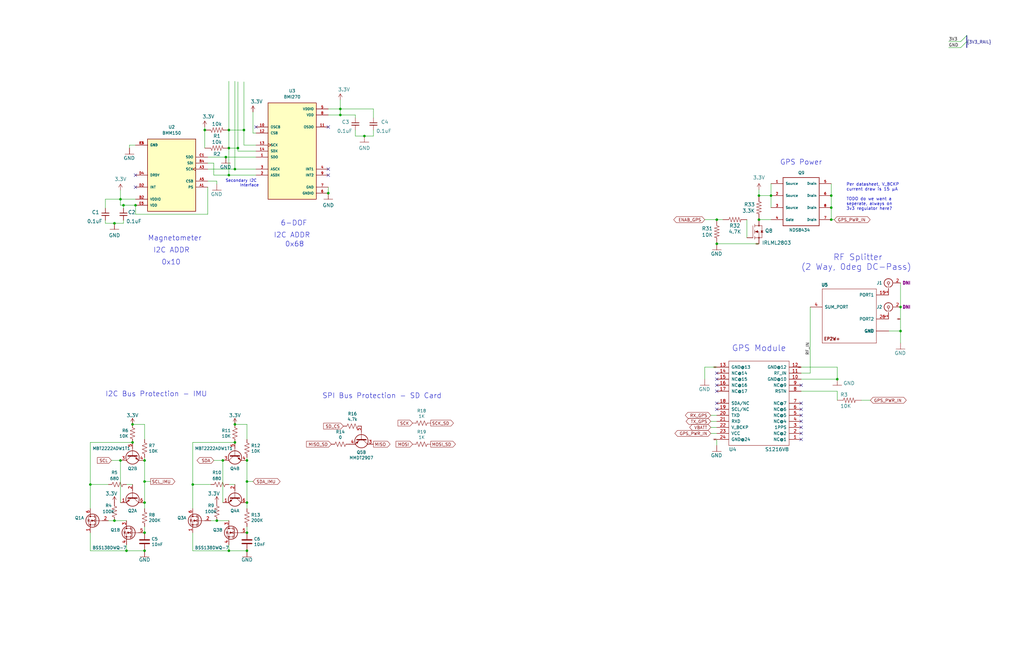
<source format=kicad_sch>
(kicad_sch (version 20230121) (generator eeschema)
  (paper "USLedger")
  (junction (at 138.43 81.534))
  (junction (at 48.26 219.71))
  (junction (at 55.88 186.69))
  (junction (at 379.73 129.54))
  (junction (at 60.96 203.2))
  (junction (at 104.14 224.79))
  (junction (at 91.44 219.71))
  (junction (at 55.88 179.07))
  (junction (at 302.26 102.87))
  (junction (at 96.52 73.914))
  (junction (at 57.15 86.614))
  (junction (at 52.07 86.614))
  (junction (at 60.96 212.09))
  (junction (at 60.96 224.79))
  (junction (at 379.73 139.7))
  (junction (at 104.14 232.41))
  (junction (at 50.8 194.31))
  (junction (at 99.06 179.07))
  (junction (at 104.14 212.09))
  (junction (at 325.12 82.55))
  (junction (at 143.51 45.974))
  (junction (at 104.14 194.31))
  (junction (at 153.67 57.404))
  (junction (at 60.96 232.41))
  (junction (at 38.1 204.47))
  (junction (at 350.52 87.63))
  (junction (at 100.33 62.484))
  (junction (at 95.25 66.294))
  (junction (at 50.8 84.074))
  (junction (at 93.98 194.31))
  (junction (at 104.14 203.2))
  (junction (at 102.87 54.864))
  (junction (at 99.06 71.374))
  (junction (at 48.26 94.234))
  (junction (at 350.52 82.55))
  (junction (at 320.04 92.71))
  (junction (at 96.52 62.484))
  (junction (at 53.34 232.41))
  (junction (at 353.06 160.02))
  (junction (at 96.52 232.41))
  (junction (at 86.36 54.864))
  (junction (at 99.06 186.69))
  (junction (at 96.52 54.864))
  (junction (at 81.28 204.47))
  (junction (at 143.51 48.514))
  (junction (at 302.26 92.71))
  (junction (at 320.04 82.55))
  (junction (at 350.52 92.71))
  (junction (at 60.96 194.31))
  (no_connect (at 302.26 160.02))
  (no_connect (at 57.15 73.914))
  (no_connect (at 337.82 162.56))
  (no_connect (at 337.82 177.8))
  (no_connect (at 138.43 73.914))
  (no_connect (at 337.82 182.88))
  (no_connect (at 302.26 170.18))
  (no_connect (at 107.95 53.594))
  (no_connect (at 138.43 71.374))
  (no_connect (at 337.82 170.18))
  (no_connect (at 302.26 157.48))
  (no_connect (at 302.26 162.56))
  (no_connect (at 57.15 78.994))
  (no_connect (at 337.82 185.42))
  (no_connect (at 337.82 175.26))
  (no_connect (at 302.26 172.72))
  (no_connect (at 337.82 180.34))
  (no_connect (at 337.82 172.72))
  (no_connect (at 302.26 165.1))
  (no_connect (at 138.43 53.594))
  (bus_entry (at 407.67 14.986) (size -2.54 2.54))
  (bus_entry (at 407.67 17.526) (size -2.54 2.54))
  (wire (pts (xy 99.06 204.47) (xy 96.52 204.47)))
  (wire (pts (xy 304.8 92.71) (xy 302.26 92.71)))
  (wire (pts (xy 374.65 139.7) (xy 379.73 139.7)))
  (wire (pts (xy 302.26 175.26) (xy 299.72 175.26)))
  (wire (pts (xy 157.48 57.404) (xy 157.48 54.864)))
  (wire (pts (xy 102.87 54.864) (xy 102.87 61.214)))
  (wire (pts (xy 107.95 56.134) (xy 106.68 56.134)))
  (wire (pts (xy 52.07 94.234) (xy 52.07 92.964)))
  (wire (pts (xy 57.15 61.214) (xy 54.61 61.214)))
  (wire (pts (xy 81.28 204.47) (xy 88.9 204.47)))
  (wire (pts (xy 96.52 229.87) (xy 96.52 232.41)))
  (wire (pts (xy 87.63 66.294) (xy 95.25 66.294)))
  (wire (pts (xy 143.51 48.514) (xy 143.51 45.974)))
  (wire (pts (xy 50.8 84.074) (xy 50.8 86.614)))
  (wire (pts (xy 341.63 129.54) (xy 341.63 157.48)))
  (wire (pts (xy 91.44 219.71) (xy 88.9 219.71)))
  (wire (pts (xy 96.52 54.864) (xy 102.87 54.864)))
  (wire (pts (xy 320.04 102.87) (xy 302.26 102.87)))
  (wire (pts (xy 96.52 73.914) (xy 90.17 73.914)))
  (wire (pts (xy 102.87 61.214) (xy 107.95 61.214)))
  (wire (pts (xy 38.1 214.63) (xy 38.1 204.47)))
  (wire (pts (xy 60.96 214.63) (xy 60.96 212.09)))
  (wire (pts (xy 38.1 224.79) (xy 38.1 232.41)))
  (wire (pts (xy 96.52 54.864) (xy 96.52 34.29)))
  (wire (pts (xy 96.52 219.71) (xy 91.44 219.71)))
  (wire (pts (xy 99.06 71.374) (xy 107.95 71.374)))
  (wire (pts (xy 38.1 232.41) (xy 53.34 232.41)))
  (wire (pts (xy 350.52 77.47) (xy 350.52 82.55)))
  (wire (pts (xy 157.48 45.974) (xy 157.48 49.784)))
  (wire (pts (xy 379.73 129.54) (xy 379.73 139.7)))
  (wire (pts (xy 299.72 182.88) (xy 302.26 182.88)))
  (wire (pts (xy 93.98 194.31) (xy 93.98 212.09)))
  (wire (pts (xy 153.67 57.404) (xy 157.48 57.404)))
  (wire (pts (xy 91.44 77.724) (xy 91.44 76.454)))
  (wire (pts (xy 57.15 86.614) (xy 57.15 90.424)))
  (wire (pts (xy 54.61 61.214) (xy 54.61 62.484)))
  (wire (pts (xy 95.25 66.294) (xy 107.95 66.294)))
  (wire (pts (xy 90.17 68.834) (xy 87.63 68.834)))
  (wire (pts (xy 104.14 193.04) (xy 104.14 194.31)))
  (wire (pts (xy 63.5 203.2) (xy 60.96 203.2)))
  (wire (pts (xy 81.28 224.79) (xy 81.28 232.41)))
  (wire (pts (xy 53.34 229.87) (xy 53.34 232.41)))
  (wire (pts (xy 90.17 194.31) (xy 93.98 194.31)))
  (wire (pts (xy 53.34 232.41) (xy 60.96 232.41)))
  (wire (pts (xy 400.05 20.066) (xy 405.13 20.066)))
  (wire (pts (xy 400.05 17.526) (xy 405.13 17.526)))
  (wire (pts (xy 50.8 194.31) (xy 50.8 212.09)))
  (wire (pts (xy 138.43 48.514) (xy 143.51 48.514)))
  (wire (pts (xy 337.82 165.1) (xy 353.06 165.1)))
  (wire (pts (xy 350.52 82.55) (xy 350.52 87.63)))
  (wire (pts (xy 86.36 53.594) (xy 86.36 54.864)))
  (wire (pts (xy 325.12 87.63) (xy 325.12 82.55)))
  (wire (pts (xy 157.48 45.974) (xy 143.51 45.974)))
  (wire (pts (xy 55.88 204.47) (xy 53.34 204.47)))
  (wire (pts (xy 104.14 222.25) (xy 104.14 224.79)))
  (wire (pts (xy 57.15 90.424) (xy 87.63 90.424)))
  (wire (pts (xy 90.17 73.914) (xy 90.17 68.834)))
  (wire (pts (xy 52.07 86.614) (xy 57.15 86.614)))
  (wire (pts (xy 353.06 154.94) (xy 353.06 160.02)))
  (wire (pts (xy 302.26 92.71) (xy 297.18 92.71)))
  (wire (pts (xy 38.1 204.47) (xy 45.72 204.47)))
  (wire (pts (xy 350.52 87.63) (xy 350.52 92.71)))
  (wire (pts (xy 81.28 186.69) (xy 99.06 186.69)))
  (wire (pts (xy 50.8 86.614) (xy 52.07 86.614)))
  (wire (pts (xy 379.73 139.7) (xy 379.73 144.78)))
  (wire (pts (xy 297.18 154.94) (xy 297.18 160.02)))
  (wire (pts (xy 100.33 62.484) (xy 96.52 62.484)))
  (wire (pts (xy 81.28 214.63) (xy 81.28 204.47)))
  (wire (pts (xy 99.06 71.374) (xy 99.06 34.29)))
  (wire (pts (xy 100.33 63.754) (xy 100.33 62.484)))
  (wire (pts (xy 60.96 193.04) (xy 60.96 194.31)))
  (wire (pts (xy 104.14 203.2) (xy 104.14 194.31)))
  (wire (pts (xy 87.63 71.374) (xy 99.06 71.374)))
  (wire (pts (xy 87.63 76.454) (xy 91.44 76.454)))
  (wire (pts (xy 104.14 185.42) (xy 104.14 179.07)))
  (wire (pts (xy 149.86 57.404) (xy 149.86 54.864)))
  (wire (pts (xy 52.07 94.234) (xy 48.26 94.234)))
  (wire (pts (xy 320.04 82.55) (xy 320.04 80.01)))
  (wire (pts (xy 106.68 47.244) (xy 106.68 56.134)))
  (wire (pts (xy 96.52 62.484) (xy 96.52 54.864)))
  (wire (pts (xy 60.96 185.42) (xy 60.96 179.07)))
  (bus (pts (xy 407.67 17.526) (xy 407.67 20.066)))
  (wire (pts (xy 50.8 80.264) (xy 50.8 84.074)))
  (wire (pts (xy 325.12 92.71) (xy 320.04 92.71)))
  (wire (pts (xy 104.14 214.63) (xy 104.14 212.09)))
  (wire (pts (xy 60.96 179.07) (xy 55.88 179.07)))
  (wire (pts (xy 104.14 179.07) (xy 99.06 179.07)))
  (wire (pts (xy 337.82 154.94) (xy 353.06 154.94)))
  (wire (pts (xy 44.45 94.234) (xy 48.26 94.234)))
  (wire (pts (xy 299.72 180.34) (xy 302.26 180.34)))
  (wire (pts (xy 81.28 232.41) (xy 96.52 232.41)))
  (wire (pts (xy 143.51 42.164) (xy 143.51 45.974)))
  (wire (pts (xy 96.52 232.41) (xy 104.14 232.41)))
  (wire (pts (xy 153.67 57.404) (xy 149.86 57.404)))
  (wire (pts (xy 60.96 222.25) (xy 60.96 224.79)))
  (wire (pts (xy 149.86 49.784) (xy 149.86 48.514)))
  (wire (pts (xy 53.34 219.71) (xy 48.26 219.71)))
  (wire (pts (xy 379.73 119.38) (xy 379.73 129.54)))
  (wire (pts (xy 44.45 84.074) (xy 50.8 84.074)))
  (wire (pts (xy 50.8 84.074) (xy 57.15 84.074)))
  (wire (pts (xy 104.14 212.09) (xy 104.14 203.2)))
  (wire (pts (xy 353.06 165.1) (xy 353.06 168.91)))
  (wire (pts (xy 96.52 73.914) (xy 96.52 62.484)))
  (wire (pts (xy 60.96 203.2) (xy 60.96 194.31)))
  (wire (pts (xy 325.12 82.55) (xy 325.12 77.47)))
  (wire (pts (xy 143.51 45.974) (xy 138.43 45.974)))
  (wire (pts (xy 96.52 73.914) (xy 107.95 73.914)))
  (wire (pts (xy 100.33 62.484) (xy 100.33 34.544)))
  (wire (pts (xy 314.96 100.33) (xy 314.96 92.71)))
  (bus (pts (xy 407.67 14.986) (xy 407.67 17.526)))
  (wire (pts (xy 60.96 212.09) (xy 60.96 203.2)))
  (wire (pts (xy 81.28 204.47) (xy 81.28 186.69)))
  (wire (pts (xy 143.51 48.514) (xy 149.86 48.514)))
  (wire (pts (xy 138.43 78.994) (xy 138.43 81.534)))
  (wire (pts (xy 44.45 94.234) (xy 44.45 92.964)))
  (wire (pts (xy 106.68 203.2) (xy 104.14 203.2)))
  (wire (pts (xy 325.12 82.55) (xy 320.04 82.55)))
  (wire (pts (xy 48.26 219.71) (xy 45.72 219.71)))
  (wire (pts (xy 86.36 54.864) (xy 86.36 62.484)))
  (wire (pts (xy 38.1 204.47) (xy 38.1 186.69)))
  (wire (pts (xy 350.52 92.71) (xy 351.79 92.71)))
  (wire (pts (xy 302.26 185.42) (xy 302.26 187.96)))
  (wire (pts (xy 363.22 168.91) (xy 367.03 168.91)))
  (wire (pts (xy 302.26 177.8) (xy 299.72 177.8)))
  (wire (pts (xy 353.06 160.02) (xy 337.82 160.02)))
  (wire (pts (xy 38.1 186.69) (xy 55.88 186.69)))
  (wire (pts (xy 44.45 84.074) (xy 44.45 87.884)))
  (wire (pts (xy 102.87 34.544) (xy 102.87 54.864)))
  (wire (pts (xy 46.99 194.31) (xy 50.8 194.31)))
  (wire (pts (xy 337.82 157.48) (xy 341.63 157.48)))
  (wire (pts (xy 52.07 87.884) (xy 52.07 86.614)))
  (wire (pts (xy 100.33 63.754) (xy 107.95 63.754)))
  (wire (pts (xy 87.63 78.994) (xy 87.63 90.424)))
  (wire (pts (xy 302.26 154.94) (xy 297.18 154.94)))
  (text "6-DOF" (at 129.54 95.504 0) (effects (font (size 2.159 2.159)) (justify right bottom)))
  (text "GPS Module" (at 308.61 148.59 0) (effects (font (size 2.54 2.54)) (justify left bottom)))
  (text "I2C Bus Protection - IMU" (at 44.45 167.64 0) (effects (font (size 2.159 2.159)) (justify left bottom)))
  (text "GPS Power" (at 328.93 69.85 0) (effects (font (size 2.159 2.159)) (justify left bottom)))
  (text "Per datasheet, V_BCKP\ncurrent draw is 15 μA\n\nTODO do we want a\nseperate, always on \n3v3 regulator here?" (at 356.87 88.9 0) (effects (font (size 1.27 1.27)) (justify left bottom)))
  (text "0x68" (at 128.27 104.394 0) (effects (font (size 2.159 2.159)) (justify right bottom)))
  (text "Secondary I2C \nInterface\n" (at 109.22 78.994 0) (effects (font (size 1.2 1.2)) (justify right bottom)))
  (text "SPI Bus Protection - SD Card\n" (at 135.89 168.402 0) (effects (font (size 2.159 2.159)) (justify left bottom)))
  (text "I2C ADDR" (at 130.81 100.584 0) (effects (font (size 2.159 2.159)) (justify right bottom)))
  (text "       RF Splitter \n(2 Way, 0deg DC-Pass)" (at 337.82 114.3 0) (effects (font (size 2.54 2.54)) (justify left bottom)))
  (text "I2C ADDR" (at 80.01 106.934 0) (effects (font (size 2.159 2.159)) (justify right bottom)))
  (text "0x10\n" (at 76.2 112.014 0) (effects (font (size 2.159 2.159)) (justify right bottom)))
  (text "Magnetometer\n" (at 85.09 101.854 0) (effects (font (size 2.159 2.159)) (justify right bottom)))
  (label "{3V3_RAIL}" (at 407.67 18.796 0))
  (label "GND" (at 400.05 20.066 0))
  (label "3V3" (at 400.05 17.526 0))
  (label "RF_IN" (at 341.63 149.86 90))
  (global_label "SDA" (shape bidirectional) (at 90.17 194.31 180) (property "Intersheetrefs" "${INTERSHEET_REFS}" (effects hide)))
  (global_label "GND" (shape bidirectional) (at 379.73 134.62 180) (effects (font (size 0.254 0.254))) (property "Intersheetrefs" "${INTERSHEET_REFS}" (effects hide)))
  (global_label "SCK_SD" (shape output) (at 181.61 178.562 0) (property "Intersheetrefs" "${INTERSHEET_REFS}" (effects hide)))
  (global_label "SCK" (shape input) (at 173.99 178.562 180) (property "Intersheetrefs" "${INTERSHEET_REFS}" (effects hide)))
  (global_label "TX_GPS" (shape bidirectional) (at 299.72 177.8 180) (property "Intersheetrefs" "${INTERSHEET_REFS}" (effects hide)))
  (global_label "SD_CS" (shape input) (at 144.78 179.832 180) (property "Intersheetrefs" "${INTERSHEET_REFS}" (effects hide)))
  (global_label "MOSI_SD" (shape output) (at 181.61 187.452 0) (property "Intersheetrefs" "${INTERSHEET_REFS}" (effects hide)))
  (global_label "GPS_PWR_IN" (shape bidirectional) (at 367.03 168.91 0) (property "Intersheetrefs" "${INTERSHEET_REFS}" (effects hide)))
  (global_label "GND" (shape bidirectional) (at 302.26 185.42 180) (effects (font (size 0.254 0.254))) (property "Intersheetrefs" "${INTERSHEET_REFS}" (effects hide)))
  (global_label "VBATT" (shape bidirectional) (at 299.72 180.34 180) (property "Intersheetrefs" "${INTERSHEET_REFS}" (effects hide)))
  (global_label "GPS_PWR_IN" (shape bidirectional) (at 351.79 92.71 0) (property "Intersheetrefs" "${INTERSHEET_REFS}" (effects hide)))
  (global_label "GPS_PWR_IN" (shape bidirectional) (at 299.72 182.88 180) (property "Intersheetrefs" "${INTERSHEET_REFS}" (effects hide)))
  (global_label "ENAB_GPS" (shape bidirectional) (at 297.18 92.71 180) (property "Intersheetrefs" "${INTERSHEET_REFS}" (effects hide)))
  (global_label "GND" (shape bidirectional) (at 337.82 154.94 180) (effects (font (size 0.254 0.254))) (property "Intersheetrefs" "${INTERSHEET_REFS}" (effects hide)))
  (global_label "RX_GPS" (shape bidirectional) (at 299.72 175.26 180) (property "Intersheetrefs" "${INTERSHEET_REFS}" (effects hide)))
  (global_label "MISO_SD" (shape input) (at 139.7 187.452 180) (property "Intersheetrefs" "${INTERSHEET_REFS}" (effects hide)))
  (global_label "SDA_IMU" (shape bidirectional) (at 106.68 203.2 0) (property "Intersheetrefs" "${INTERSHEET_REFS}" (effects hide)))
  (global_label "SCL_IMU" (shape output) (at 63.5 203.2 0) (property "Intersheetrefs" "${INTERSHEET_REFS}" (effects hide)))
  (global_label "GND" (shape bidirectional) (at 302.26 154.94 180) (effects (font (size 0.254 0.254))) (property "Intersheetrefs" "${INTERSHEET_REFS}" (effects hide)))
  (global_label "MISO" (shape output) (at 157.48 187.452 0) (property "Intersheetrefs" "${INTERSHEET_REFS}" (effects hide)))
  (global_label "SCL" (shape input) (at 46.99 194.31 180) (property "Intersheetrefs" "${INTERSHEET_REFS}" (effects hide)))
  (global_label "GND" (shape bidirectional) (at 320.04 102.87 180) (effects (font (size 0.254 0.254))) (property "Intersheetrefs" "${INTERSHEET_REFS}" (effects hide)))
  (global_label "MOSI" (shape input) (at 173.99 187.452 180) (property "Intersheetrefs" "${INTERSHEET_REFS}" (effects hide)))
  (symbol (lib_id "mainboard:C_Small") (at 149.86 52.324 0) (mirror y) (unit 1)
    (property "Reference" "C3" (at 147.32 52.324 0) (effects (font (size 1.4986 1.4986)) (justify left bottom)))
    (property "Value" "0.1uF" (at 148.59 56.134 0) (effects (font (size 1.4986 1.4986)) (justify left bottom)))
    (property "Footprint" "Capacitor_SMD:C_0603_1608Metric" (effects hide))
    (property "Description" "0.1uF +-10% 50V X7R 0603" (effects hide))
  )
  (symbol (lib_id "Connector:Conn_Coaxial") (at 374.65 129.54 90) (unit 1)
    (property "Reference" "J2" (at 370.84 129.54 90))
    (property "Value" "Amphenol_901-144" (effects hide))
    (property "Footprint" "mainboard:SMA_901-144-horizontal" (effects hide))
    (property "Datasheet" "https://www.amphenolrf.com/library/download/link/link_id/593640/parent/901-144/" (effects hide))
    (property "DNI" "DNI" (at 382.27 129.54 90) (effects (font bold)))
    (property "Description" "Amphenol RF SMA " (effects hide))
    (property "Flight" "901-144" (effects hide))
    (property "Manufacturer_Name" "Amphenol" (effects hide))
    (property "Manufacturer_Part_Number" "901-144" (effects hide))
    (property "Proto" "901-144" (effects hide))
    (instances (project "adcs-hardware" (path "" (reference "J2") (unit 1))) (project "mainboard" (path "" (reference "J6") (unit 1))))
  )
  (symbol (lib_id "mainboard:GND") (at 379.73 147.32 0) (unit 1)
    (property "Reference" "#GND011" (effects hide))
    (property "Value" "GND" (at 377.19 149.86 0) (effects (font (size 1.4986 1.4986)) (justify left bottom)))
    (instances (project "adcs-hardware" (path "" (reference "#GND011") (unit 1))) (project "mainboard" (path "" (reference "#GND044") (unit 1))))
  )
  (symbol (lib_id "Transistor_BJT:MBT2222ADW1T1") (at 99.06 191.77 90) (mirror x) (unit 2)
    (property "Reference" "Q4" (at 99.06 197.739 90))
    (property "Value" "MBT2222ADW1T1" (at 90.17 189.23 90))
    (property "Footprint" "Package_TO_SOT_SMD:SOT-363_SC-70-6" (effects hide))
    (property "Datasheet" "http://www.onsemi.com/pub_link/Collateral/MBT2222ADW1T1-D.PDF" (effects hide))
    (property "Description" "Dual NPN BJT - 2NPN" (effects hide))
    (property "Flight" "MBT2222ADW1T1G" (effects hide))
    (property "Manufacturer_Name" "ON Semiconductor" (effects hide))
    (property "Manufacturer_Part_Number" "MBT2222ADW1T1G" (effects hide))
    (property "Proto" "MBT2222ADW1T1G" (effects hide))
    (instances (project "adcs-hardware" (path "" (reference "Q4") (unit 2))) (project "mainboard" (path "" (reference "Q8") (unit 2))))
  )
  (symbol (lib_id "Device:C") (at 60.96 228.6 0) (unit 1)
    (property "Reference" "C5" (at 63.881 227.4316 0) (effects (justify left)))
    (property "Value" "10nF" (at 63.881 229.743 0) (effects (justify left)))
    (property "Footprint" "Capacitor_SMD:C_0603_1608Metric" (effects hide))
    (property "Description" "10nF +-10% 50V X7R" (effects hide))
    (instances (project "adcs-hardware" (path "" (reference "C5") (unit 1))) (project "mainboard" (path "" (reference "C8") (unit 1))))
  )
  (symbol (lib_id "mainboard:C_Small") (at 44.45 90.424 0) (mirror y) (unit 1)
    (property "Reference" "C1" (at 41.91 90.424 0) (effects (font (size 1.4986 1.4986)) (justify left bottom)))
    (property "Value" "0.1uF" (at 43.18 94.234 0) (effects (font (size 1.4986 1.4986)) (justify left bottom)))
    (property "Footprint" "Capacitor_SMD:C_0603_1608Metric" (effects hide))
    (property "Description" "0.1uF +-10% 50V X7R 0603" (effects hide))
  )
  (symbol (lib_id "mainboard:GND") (at 302.26 105.41 0) (unit 1)
    (property "Reference" "#GND019" (effects hide))
    (property "Value" "GND" (at 299.72 107.95 0) (effects (font (size 1.4986 1.4986)) (justify left bottom)))
    (instances (project "adcs-hardware" (path "" (reference "#GND019") (unit 1))) (project "mainboard" (path "" (reference "#GND020") (unit 1))))
  )
  (symbol (lib_id "mainboard:GND") (at 60.96 234.95 0) (unit 1)
    (property "Reference" "#GND012" (effects hide))
    (property "Value" "GND" (at 60.96 236.22 0) (effects (font (size 1.4986 1.4986))))
    (instances (project "adcs-hardware" (path "" (reference "#GND012") (unit 1))) (project "mainboard" (path "" (reference "#GND045") (unit 1))))
  )
  (symbol (lib_id "Connector:Conn_Coaxial") (at 374.65 119.38 90) (unit 1)
    (property "Reference" "J1" (at 370.84 119.38 90))
    (property "Value" "Amphenol_901-144" (effects hide))
    (property "Footprint" "mainboard:SMA_901-144-horizontal" (effects hide))
    (property "Datasheet" "https://www.amphenolrf.com/library/download/link/link_id/593640/parent/901-144/" (effects hide))
    (property "DNI" "DNI" (at 382.27 119.38 90) (effects (font bold)))
    (property "Description" "Amphenol RF SMA " (effects hide))
    (property "Flight" "901-144" (effects hide))
    (property "Manufacturer_Name" "Amphenol" (effects hide))
    (property "Manufacturer_Part_Number" "901-144" (effects hide))
    (property "Proto" "901-144" (effects hide))
    (instances (project "adcs-hardware" (path "" (reference "J1") (unit 1))) (project "mainboard" (path "" (reference "J5") (unit 1))))
  )
  (symbol (lib_id "mainboard:3.3V") (at 91.44 212.09 0) (unit 1)
    (property "Reference" "#P+03" (effects hide))
    (property "Value" "3.3V" (at 90.17 208.28 0) (effects (font (size 1.4986 1.4986))))
    (instances (project "adcs-hardware" (path "" (reference "#P+03") (unit 1))) (project "mainboard" (path "" (reference "#P+08") (unit 1))))
  )
  (symbol (lib_id "mainboard:GND") (at 297.18 162.56 0) (unit 1)
    (property "Reference" "#GND08" (effects hide))
    (property "Value" "GND" (at 294.64 165.1 0) (effects (font (size 1.4986 1.4986)) (justify left bottom)))
    (instances (project "adcs-hardware" (path "" (reference "#GND08") (unit 1))) (project "mainboard" (path "" (reference "#GND042") (unit 1))))
  )
  (symbol (lib_id "mainboard:3.3V") (at 86.36 53.594 0) (unit 1)
    (property "Reference" "#SUPPLY02" (effects hide))
    (property "Value" "3.3V" (at 85.344 50.038 0) (effects (font (size 1.4986 1.4986)) (justify left bottom)))
    (instances (project "adcs-hardware" (path "" (reference "#SUPPLY02") (unit 1))) (project "Sensors" (path "" (reference "#SUPPLY0103") (unit 1))))
  )
  (symbol (lib_id "Device:R_US") (at 49.53 204.47 270) (unit 1)
    (property "Reference" "R5" (at 48.26 199.39 90))
    (property "Value" "680" (at 48.26 201.93 90))
    (property "Footprint" "Resistor_SMD:R_0603_1608Metric" (effects hide))
    (property "Description" "680 0603" (effects hide))
    (instances (project "adcs-hardware" (path "" (reference "R5") (unit 1))) (project "mainboard" (path "" (reference "R71") (unit 1))))
  )
  (symbol (lib_id "Device:C") (at 104.14 228.6 0) (unit 1)
    (property "Reference" "C6" (at 107.061 227.4316 0) (effects (justify left)))
    (property "Value" "10nF" (at 107.061 229.743 0) (effects (justify left)))
    (property "Footprint" "Capacitor_SMD:C_0603_1608Metric" (effects hide))
    (property "Description" "10nF +-10% 50V X7R" (effects hide))
    (instances (project "adcs-hardware" (path "" (reference "C6") (unit 1))) (project "mainboard" (path "" (reference "C40") (unit 1))))
  )
  (symbol (lib_id "mainboard:R-US_R0603") (at 320.04 87.63 270) (unit 1)
    (property "Reference" "R33" (at 318.3382 86.2838 90) (effects (font (size 1.4986 1.4986)) (justify right)))
    (property "Value" "3.3K" (at 318.3382 88.9508 90) (effects (font (size 1.4986 1.4986)) (justify right)))
    (property "Footprint" "Resistor_SMD:R_0603_1608Metric" (effects hide))
    (property "Description" "3.3K 0603" (effects hide))
    (instances (project "adcs-hardware" (path "" (reference "R33") (unit 1))) (project "mainboard" (path "" (reference "R23") (unit 1))))
  )
  (symbol (lib_id "mainboard:GND") (at 91.44 80.264 0) (unit 1)
    (property "Reference" "#GND03" (effects hide))
    (property "Value" "GND" (at 88.9 82.804 0) (effects (font (size 1.4986 1.4986)) (justify left bottom)))
    (instances (project "adcs-hardware" (path "" (reference "#GND03") (unit 1))) (project "Sensors" (path "" (reference "#GND0106") (unit 1))))
  )
  (symbol (lib_id "mainboard:BSS138DWQ-7") (at 39.37 219.71 0) (mirror y) (unit 1)
    (property "Reference" "Q1" (at 35.433 218.5416 0) (effects (justify left)))
    (property "Value" "BSS138DWQ-7" (at 53.34 231.14 0) (effects (justify left)))
    (property "Footprint" "mainboard:BSS138DWQ-7" (effects hide))
    (property "Datasheet" "https://www.diodes.com/assets/Datasheets/BSS138DWQ.pdf" (effects hide))
    (property "Description" "Dual N-Channel MOSFET - 2NMOS" (effects hide))
    (property "Flight" "BSS138DWQ-7" (effects hide))
    (property "Manufacturer_Name" "Diodes Incorporated" (effects hide))
    (property "Manufacturer_Part_Number" "BSS138DWQ-7" (effects hide))
    (property "Proto" "BSS138DWQ-7" (effects hide))
    (instances (project "adcs-hardware" (path "" (reference "Q1") (unit 1))) (project "mainboard" (path "" (reference "Q12") (unit 1))))
  )
  (symbol (lib_id "mainboard:3.3V") (at 48.26 212.09 0) (unit 1)
    (property "Reference" "#P+01" (effects hide))
    (property "Value" "3.3V" (at 46.99 208.28 0) (effects (font (size 1.4986 1.4986))))
    (instances (project "adcs-hardware" (path "" (reference "#P+01") (unit 1))) (project "mainboard" (path "" (reference "#P+07") (unit 1))))
  )
  (symbol (lib_id "Transistor_BJT:MBT2222ADW1T1") (at 55.88 209.55 270) (unit 1)
    (property "Reference" "Q2" (at 55.88 215.5444 90))
    (property "Value" "MBT2222ADW1T1" (effects hide))
    (property "Footprint" "Package_TO_SOT_SMD:SOT-363_SC-70-6" (effects hide))
    (property "Datasheet" "http://www.onsemi.com/pub_link/Collateral/MBT2222ADW1T1-D.PDF" (effects hide))
    (property "Description" "Dual NPN BJT - 2NPN" (effects hide))
    (property "Flight" "MBT2222ADW1T1G" (effects hide))
    (property "Manufacturer_Name" "ON Semiconductor" (effects hide))
    (property "Manufacturer_Part_Number" "MBT2222ADW1T1G" (effects hide))
    (property "Proto" "MBT2222ADW1T1G" (effects hide))
    (instances (project "adcs-hardware" (path "" (reference "Q2") (unit 1))) (project "mainboard" (path "" (reference "Q7") (unit 1))))
  )
  (symbol (lib_id "mainboard:GND") (at 95.25 68.834 0) (unit 1)
    (property "Reference" "#GND05" (effects hide))
    (property "Value" "GND" (at 92.71 71.374 0) (effects (font (size 1.4986 1.4986)) (justify left bottom)))
    (instances (project "adcs-hardware" (path "" (reference "#GND05") (unit 1))) (project "Sensors" (path "" (reference "#GND0105") (unit 1))))
  )
  (symbol (lib_id "mainboard:GND") (at 54.61 65.024 0) (unit 1)
    (property "Reference" "#GND02" (effects hide))
    (property "Value" "GND" (at 52.07 67.564 0) (effects (font (size 1.4986 1.4986)) (justify left bottom)))
    (instances (project "adcs-hardware" (path "" (reference "#GND02") (unit 1))) (project "Sensors" (path "" (reference "#GND0102") (unit 1))))
  )
  (symbol (lib_id "mainboard:C_Small") (at 52.07 90.424 0) (mirror y) (unit 1)
    (property "Reference" "C2" (at 57.15 90.424 0) (effects (font (size 1.4986 1.4986)) (justify left bottom)))
    (property "Value" "0.1uF" (at 59.69 94.234 0) (effects (font (size 1.4986 1.4986)) (justify left bottom)))
    (property "Footprint" "Capacitor_SMD:C_0603_1608Metric" (effects hide))
    (property "Description" "0.1uF +-10% 50V X7R 0603" (effects hide))
  )
  (symbol (lib_id "mainboard:3.3V") (at 143.51 42.164 0) (unit 1)
    (property "Reference" "#SUPPLY05" (effects hide))
    (property "Value" "3.3V" (at 142.494 38.608 0) (effects (font (size 1.4986 1.4986)) (justify left bottom)))
    (instances (project "adcs-hardware" (path "" (reference "#SUPPLY05") (unit 1))) (project "Sensors" (path "" (reference "#SUPPLY0102") (unit 1))))
  )
  (symbol (lib_id "mainboard:C_Small") (at 157.48 52.324 0) (mirror y) (unit 1)
    (property "Reference" "C4" (at 163.83 52.324 0) (effects (font (size 1.4986 1.4986)) (justify left bottom)))
    (property "Value" "0.1uF" (at 165.1 56.134 0) (effects (font (size 1.4986 1.4986)) (justify left bottom)))
    (property "Footprint" "Capacitor_SMD:C_0603_1608Metric" (effects hide))
    (property "Description" "0.1uF +-10% 50V X7R 0603" (effects hide))
  )
  (symbol (lib_id "mainboard:BSS138DWQ-7") (at 97.79 224.79 0) (mirror y) (unit 2)
    (property "Reference" "Q3" (at 93.853 223.6216 0) (effects (justify left)))
    (property "Value" "BSS138DWQ-7" (effects hide))
    (property "Footprint" "mainboard:BSS138DWQ-7" (effects hide))
    (property "Datasheet" "https://www.diodes.com/assets/Datasheets/BSS138DWQ.pdf" (effects hide))
    (property "Description" "Dual N-Channel MOSFET - 2NMOS" (effects hide))
    (property "Flight" "BSS138DWQ-7" (effects hide))
    (property "Manufacturer_Name" "Diodes Incorporated" (effects hide))
    (property "Manufacturer_Part_Number" "BSS138DWQ-7" (effects hide))
    (property "Proto" "BSS138DWQ-7" (effects hide))
    (instances (project "adcs-hardware" (path "" (reference "Q3") (unit 2))) (project "mainboard" (path "" (reference "Q13") (unit 2))))
  )
  (symbol (lib_id "mainboard:NDS8434") (at 337.82 85.09 0) (unit 1)
    (property "Reference" "Q9" (at 336.55 73.66 0) (effects (justify left bottom)))
    (property "Value" "NDS8434" (at 332.74 97.79 0) (effects (justify left bottom)))
    (property "Footprint" "mainboard:NDS8434" (effects hide))
    (property "Datasheet" "https://www.onsemi.com/pdf/datasheet/nds8434-d.pdf" (effects hide))
    (property "Description" "P-Channel MOSFET" (effects hide))
    (property "Flight" "NDS8434" (effects hide))
    (property "Manufacturer_Name" "ON Semiconductor" (effects hide))
    (property "Manufacturer_Part_Number" "NDS8434" (effects hide))
    (property "Proto" "DMP2022LSS-13" (effects hide))
    (instances (project "adcs-hardware" (path "" (reference "Q9") (unit 1))) (project "mainboard" (path "" (reference "Q22") (unit 1))))
  )
  (symbol (lib_id "Device:R_US") (at 148.59 179.832 270) (unit 1)
    (property "Reference" "R16" (at 148.59 174.625 90))
    (property "Value" "4.7k" (at 148.59 176.9364 90))
    (property "Footprint" "Resistor_SMD:R_0603_1608Metric" (effects hide))
    (property "Description" "4.7k 0603" (effects hide))
    (instances (project "adcs-hardware" (path "" (reference "R16") (unit 1))) (project "mainboard" (path "" (reference "R92") (unit 1))))
  )
  (symbol (lib_id "Device:R_US") (at 92.71 204.47 270) (unit 1)
    (property "Reference" "R10" (at 91.44 199.39 90))
    (property "Value" "680" (at 91.44 201.93 90))
    (property "Footprint" "Resistor_SMD:R_0603_1608Metric" (effects hide))
    (property "Description" "680 0603" (effects hide))
    (instances (project "adcs-hardware" (path "" (reference "R10") (unit 1))) (project "mainboard" (path "" (reference "R72") (unit 1))))
  )
  (symbol (lib_id "Transistor_BJT:MBT2222ADW1T1") (at 55.88 191.77 90) (mirror x) (unit 2)
    (property "Reference" "Q2" (at 55.88 197.739 90))
    (property "Value" "MBT2222ADW1T1" (at 46.99 189.23 90))
    (property "Footprint" "Package_TO_SOT_SMD:SOT-363_SC-70-6" (effects hide))
    (property "Datasheet" "http://www.onsemi.com/pub_link/Collateral/MBT2222ADW1T1-D.PDF" (effects hide))
    (property "Description" "Dual NPN BJT - 2NPN" (effects hide))
    (property "Flight" "MBT2222ADW1T1G" (effects hide))
    (property "Manufacturer_Name" "ON Semiconductor" (effects hide))
    (property "Manufacturer_Part_Number" "MBT2222ADW1T1G" (effects hide))
    (property "Proto" "MBT2222ADW1T1G" (effects hide))
    (instances (project "adcs-hardware" (path "" (reference "Q2") (unit 2))) (project "mainboard" (path "" (reference "Q7") (unit 2))))
  )
  (symbol (lib_id "mainboard:GND") (at 302.26 190.5 0) (unit 1)
    (property "Reference" "#GND09" (effects hide))
    (property "Value" "GND" (at 299.72 193.04 0) (effects (font (size 1.4986 1.4986)) (justify left bottom)))
    (instances (project "adcs-hardware" (path "" (reference "#GND09") (unit 1))) (project "mainboard" (path "" (reference "#GND043") (unit 1))))
  )
  (symbol (lib_id "mainboard:GND") (at 153.67 59.944 0) (unit 1)
    (property "Reference" "#GND07" (effects hide))
    (property "Value" "GND" (at 153.67 62.484 0) (effects (font (size 1.4986 1.4986))))
    (instances (project "adcs-hardware" (path "" (reference "#GND07") (unit 1))) (project "Sensors" (path "" (reference "#GND0103") (unit 1))))
  )
  (symbol (lib_id "mainboard:R-US_R0603") (at 91.44 54.864 0) (mirror x) (unit 1)
    (property "Reference" "R1" (at 91.44 57.404 0) (effects (font (size 1.4986 1.4986))))
    (property "Value" "10k" (at 91.44 52.324 0) (effects (font (size 1.4986 1.4986))))
    (property "Footprint" "Resistor_SMD:R_0603_1608Metric" (effects hide))
    (property "Description" "10k 0603" (effects hide))
  )
  (symbol (lib_id "Device:R_US") (at 60.96 218.44 0) (unit 1)
    (property "Reference" "R8" (at 62.6872 217.2716 0) (effects (justify left)))
    (property "Value" "200K" (at 62.6872 219.583 0) (effects (justify left)))
    (property "Footprint" "Resistor_SMD:R_0603_1608Metric" (effects hide))
    (property "Description" "200K 0603" (effects hide))
    (instances (project "adcs-hardware" (path "" (reference "R8") (unit 1))) (project "mainboard" (path "" (reference "R75") (unit 1))))
  )
  (symbol (lib_id "mainboard:BSS138DWQ-7") (at 82.55 219.71 0) (mirror y) (unit 1)
    (property "Reference" "Q3" (at 78.613 218.5416 0) (effects (justify left)))
    (property "Value" "BSS138DWQ-7" (at 96.52 231.14 0) (effects (justify left)))
    (property "Footprint" "mainboard:BSS138DWQ-7" (effects hide))
    (property "Datasheet" "https://www.diodes.com/assets/Datasheets/BSS138DWQ.pdf" (effects hide))
    (property "Description" "Dual N-Channel MOSFET - 2NMOS" (effects hide))
    (property "Flight" "BSS138DWQ-7" (effects hide))
    (property "Manufacturer_Name" "Diodes Incorporated" (effects hide))
    (property "Manufacturer_Part_Number" "BSS138DWQ-7" (effects hide))
    (property "Proto" "BSS138DWQ-7" (effects hide))
    (instances (project "adcs-hardware" (path "" (reference "Q3") (unit 1))) (project "mainboard" (path "" (reference "Q13") (unit 1))))
  )
  (symbol (lib_id "mainboard:BMI270") (at 123.19 63.754 0) (unit 1)
    (property "Reference" "U3" (at 123.19 38.354 0))
    (property "Value" "BMI270" (at 123.19 40.894 0))
    (property "Footprint" "Sensor_Motion:XDCR_BMI270" (effects hide))
    (property "PATREV" "1.0" (effects hide))
    (property "STANDARD" "Manufacturer Recommendations" (effects hide))
    (property "MAXIMUM_PACKAGE_HEIGHT" "0.87mm" (effects hide))
    (property "MANUFACTURER" "Bosch Sensortec" (effects hide))
    (instances (project "adcs-hardware" (path "" (reference "U3") (unit 1))) (project "Sensors" (path "" (reference "U01") (unit 1))))
  )
  (symbol (lib_id "mainboard:10KOHM-1_10W-1%(0603)0603") (at 358.14 168.91 0) (unit 1)
    (property "Reference" "R3" (at 354.33 167.4114 0) (effects (font (size 1.4986 1.4986)) (justify left bottom)))
    (property "Value" "10K" (at 354.33 172.212 0) (effects (font (size 1.4986 1.4986)) (justify left bottom)))
    (property "Footprint" "Resistor_SMD:R_0603_1608Metric" (effects hide))
    (property "Description" "10K 0603" (effects hide))
    (instances (project "adcs-hardware" (path "" (reference "R3") (unit 1))) (project "mainboard" (path "" (reference "R24") (unit 1))))
  )
  (symbol (lib_id "mainboard:MMDT2907") (at 152.4 184.912 270) (unit 2)
    (property "Reference" "Q5" (at 152.4 190.881 90))
    (property "Value" "MMDT2907" (at 152.4 193.1924 90))
    (property "Footprint" "Package_TO_SOT_SMD:SOT-363_SC-70-6" (effects hide))
    (property "Datasheet" "https://www.diodes.com/assets/Datasheets/MMDT2907AQ.pdf" (effects hide))
    (property "Description" "Dual PNP BJT - 2PNP" (effects hide))
    (property "Flight" "MMDT2907AQ-7-F" (effects hide))
    (property "Manufacturer_Name" "Diodes Incorporated" (effects hide))
    (property "Manufacturer_Part_Number" "MMDT2907AQ-7-F" (effects hide))
    (property "Proto" "MMDT2907A" (effects hide))
    (instances (project "adcs-hardware" (path "" (reference "Q5") (unit 2))) (project "mainboard" (path "" (reference "Q11") (unit 2))))
  )
  (symbol (lib_id "mainboard:EP2W+") (at 359.41 129.54 0) (unit 1)
    (property "Reference" "U5" (at 349.25 119.38 0) (effects (font bold) (justify right top)))
    (property "Value" "EP2W+" (effects hide))
    (property "Footprint" "mainboard:QFN32-5X5MM" (effects hide))
    (property "Datasheet" "https://www.minicircuits.com/pdfs/EP2W+.pdf" (effects hide))
    (property "DNI" "DNI" (effects hide))
    (property "Description" "RF Splitter DC-Pass" (effects hide))
    (property "Flight" "EP2W+" (effects hide))
    (property "Manufacturer_Name" "Mini Circuits" (effects hide))
    (property "Manufacturer_Part_Number" "EP2W+" (effects hide))
    (instances (project "adcs-hardware" (path "" (reference "U5") (unit 1))) (project "mainboard" (path "" (reference "U13") (unit 1))))
  )
  (symbol (lib_id "mainboard:R-US_R0603") (at 91.44 62.484 0) (mirror x) (unit 1)
    (property "Reference" "R2" (at 91.44 65.024 0) (effects (font (size 1.4986 1.4986))))
    (property "Value" "10k" (at 91.44 59.944 0) (effects (font (size 1.4986 1.4986))))
    (property "Footprint" "Resistor_SMD:R_0603_1608Metric" (effects hide))
    (property "Description" "10k 0603" (effects hide))
  )
  (symbol (lib_id "Device:R_US") (at 104.14 189.23 0) (unit 1)
    (property "Reference" "R12" (at 105.8672 188.0616 0) (effects (justify left)))
    (property "Value" "10K" (at 105.8672 190.373 0) (effects (justify left)))
    (property "Footprint" "Resistor_SMD:R_0603_1608Metric" (effects hide))
    (property "Description" "10K 0603" (effects hide))
    (instances (project "adcs-hardware" (path "" (reference "R12") (unit 1))) (project "mainboard" (path "" (reference "R67") (unit 1))))
  )
  (symbol (lib_id "Device:R_US") (at 55.88 182.88 0) (unit 1)
    (property "Reference" "R6" (at 54.1782 181.7116 0) (effects (justify right)))
    (property "Value" "10K" (at 54.1782 184.023 0) (effects (justify right)))
    (property "Footprint" "Resistor_SMD:R_0603_1608Metric" (effects hide))
    (property "Description" "10K 0603" (effects hide))
    (instances (project "adcs-hardware" (path "" (reference "R6") (unit 1))) (project "mainboard" (path "" (reference "R61") (unit 1))))
  )
  (symbol (lib_id "Device:R_US") (at 48.26 215.9 0) (unit 1)
    (property "Reference" "R4" (at 44.45 213.36 0) (effects (justify left)))
    (property "Value" "100K" (at 43.18 215.9 0) (effects (justify left)))
    (property "Footprint" "Resistor_SMD:R_0603_1608Metric" (effects hide))
    (property "Description" "100K 0603" (effects hide))
    (instances (project "adcs-hardware" (path "" (reference "R4") (unit 1))) (project "mainboard" (path "" (reference "R73") (unit 1))))
  )
  (symbol (lib_id "mainboard:R-US_R0603") (at 309.88 92.71 0) (unit 1)
    (property "Reference" "R32" (at 309.88 95.25 0) (effects (font (size 1.4986 1.4986))))
    (property "Value" "4.7K" (at 309.88 97.79 0) (effects (font (size 1.4986 1.4986))))
    (property "Footprint" "Resistor_SMD:R_0603_1608Metric" (effects hide))
    (property "Description" "4.7K 0603" (effects hide))
    (instances (project "adcs-hardware" (path "" (reference "R32") (unit 1))) (project "mainboard" (path "" (reference "R22") (unit 1))))
  )
  (symbol (lib_id "Device:R_US") (at 177.8 178.562 270) (unit 1)
    (property "Reference" "R18" (at 177.8 173.355 90))
    (property "Value" "1K" (at 177.8 175.6664 90))
    (property "Footprint" "Resistor_SMD:R_0603_1608Metric" (effects hide))
    (property "Description" "1K 0603" (effects hide))
    (instances (project "adcs-hardware" (path "" (reference "R18") (unit 1))) (project "mainboard" (path "" (reference "R63") (unit 1))))
  )
  (symbol (lib_id "mainboard:3.3V") (at 99.06 179.07 0) (unit 1)
    (property "Reference" "#P+04" (effects hide))
    (property "Value" "3.3V" (at 99.06 175.26 0) (effects (font (size 1.4986 1.4986))))
    (instances (project "adcs-hardware" (path "" (reference "#P+04") (unit 1))) (project "mainboard" (path "" (reference "#P+02") (unit 1))))
  )
  (symbol (lib_id "Device:R_US") (at 99.06 182.88 0) (unit 1)
    (property "Reference" "R11" (at 97.3582 181.7116 0) (effects (justify right)))
    (property "Value" "10K" (at 97.3582 184.023 0) (effects (justify right)))
    (property "Footprint" "Resistor_SMD:R_0603_1608Metric" (effects hide))
    (property "Description" "10K 0603" (effects hide))
    (instances (project "adcs-hardware" (path "" (reference "R11") (unit 1))) (project "mainboard" (path "" (reference "R62") (unit 1))))
  )
  (symbol (lib_id "Device:R_US") (at 91.44 215.9 0) (unit 1)
    (property "Reference" "R9" (at 87.63 213.36 0) (effects (justify left)))
    (property "Value" "100K" (at 86.36 215.9 0) (effects (justify left)))
    (property "Footprint" "Resistor_SMD:R_0603_1608Metric" (effects hide))
    (property "Description" "100K 0603" (effects hide))
    (instances (project "adcs-hardware" (path "" (reference "R9") (unit 1))) (project "mainboard" (path "" (reference "R74") (unit 1))))
  )
  (symbol (lib_id "mainboard:BSS138DWQ-7") (at 54.61 224.79 0) (mirror y) (unit 2)
    (property "Reference" "Q1" (at 50.673 223.6216 0) (effects (justify left)))
    (property "Value" "BSS138DWQ-7" (effects hide))
    (property "Footprint" "mainboard:BSS138DWQ-7" (effects hide))
    (property "Datasheet" "https://www.diodes.com/assets/Datasheets/BSS138DWQ.pdf" (effects hide))
    (property "Description" "Dual N-Channel MOSFET - 2NMOS" (effects hide))
    (property "Flight" "BSS138DWQ-7" (effects hide))
    (property "Manufacturer_Name" "Diodes Incorporated" (effects hide))
    (property "Manufacturer_Part_Number" "BSS138DWQ-7" (effects hide))
    (property "Proto" "BSS138DWQ-7" (effects hide))
    (instances (project "adcs-hardware" (path "" (reference "Q1") (unit 2))) (project "mainboard" (path "" (reference "Q12") (unit 2))))
  )
  (symbol (lib_id "mainboard:S1216V8") (at 320.04 170.18 0) (unit 1)
    (property "Reference" "U4" (at 307.34 190.5 0) (effects (font (size 1.4986 1.4986)) (justify left bottom)))
    (property "Value" "S1216V8" (at 322.58 190.5 0) (effects (font (size 1.4986 1.4986)) (justify left bottom)))
    (property "Footprint" "mainboard:S1216_24PIN_PACKAGE" (effects hide))
    (instances (project "adcs-hardware" (path "" (reference "U4") (unit 1))) (project "mainboard" (path "" (reference "U14") (unit 1))))
  )
  (symbol (lib_id "mainboard:3.3V") (at 106.68 47.244 0) (unit 1)
    (property "Reference" "#SUPPLY04" (effects hide))
    (property "Value" "3.3V" (at 105.664 43.688 0) (effects (font (size 1.4986 1.4986)) (justify left bottom)))
    (instances (project "adcs-hardware" (path "" (reference "#SUPPLY04") (unit 1))) (project "Sensors" (path "" (reference "#SUPPLY0104") (unit 1))))
  )
  (symbol (lib_id "mainboard:GND") (at 48.26 96.774 0) (unit 1)
    (property "Reference" "#GND01" (effects hide))
    (property "Value" "GND" (at 48.26 99.314 0) (effects (font (size 1.4986 1.4986))))
    (instances (project "adcs-hardware" (path "" (reference "#GND01") (unit 1))) (project "Sensors" (path "" (reference "#GND0101") (unit 1))))
  )
  (symbol (lib_id "mainboard:GND") (at 104.14 234.95 0) (unit 1)
    (property "Reference" "#GND013" (effects hide))
    (property "Value" "GND" (at 104.14 236.22 0) (effects (font (size 1.4986 1.4986))))
    (instances (project "adcs-hardware" (path "" (reference "#GND013") (unit 1))) (project "mainboard" (path "" (reference "#GND046") (unit 1))))
  )
  (symbol (lib_id "mainboard:3.3V") (at 320.04 80.01 0) (unit 1)
    (property "Reference" "#SUPPLY06" (effects hide))
    (property "Value" "3.3V" (at 320.04 74.93 0) (effects (font (size 1.4986 1.4986))))
  )
  (symbol (lib_id "mainboard:GND") (at 353.06 162.56 0) (unit 1)
    (property "Reference" "#GND010" (effects hide))
    (property "Value" "GND" (at 355.6 162.56 0) (effects (font (size 1.4986 1.4986)) (justify left bottom)))
    (instances (project "adcs-hardware" (path "" (reference "#GND010") (unit 1))) (project "mainboard" (path "" (reference "#GND047") (unit 1))))
  )
  (symbol (lib_id "mainboard:IRLML2803TRPBF") (at 317.5 97.79 0) (unit 1)
    (property "Reference" "Q8" (at 322.58 96.52 0) (effects (font (size 1.4986 1.4986)) (justify left top)))
    (property "Value" "IRLML2803" (at 321.31 101.6 0) (effects (font (size 1.4986 1.4986)) (justify left top)))
    (property "Footprint" "mainboard:SOT-23" (effects hide))
    (property "Datasheet" "https://www.infineon.com/dgdl/irlml2803pbf.pdf?fileId=5546d462533600a4015356682aff260f" (effects hide))
    (property "Description" "Single N-Channel MOSFET" (effects hide))
    (property "Flight" "IRLML2803" (effects hide))
    (property "Manufacturer_Name" "Infineon Technologies" (effects hide))
    (property "Manufacturer_Part_Number" "IRLML2803TRPbF" (effects hide))
    (property "Proto" "2302" (effects hide))
    (instances (project "adcs-hardware" (path "" (reference "Q8") (unit 1))) (project "mainboard" (path "" (reference "Q1") (unit 1))))
  )
  (symbol (lib_id "Device:R_US") (at 104.14 218.44 0) (unit 1)
    (property "Reference" "R13" (at 105.8672 217.2716 0) (effects (justify left)))
    (property "Value" "200K" (at 105.8672 219.583 0) (effects (justify left)))
    (property "Footprint" "Resistor_SMD:R_0603_1608Metric" (effects hide))
    (property "Description" "200K 0603" (effects hide))
    (instances (project "adcs-hardware" (path "" (reference "R13") (unit 1))) (project "mainboard" (path "" (reference "R76") (unit 1))))
  )
  (symbol (lib_id "Device:R_US") (at 143.51 187.452 270) (unit 1)
    (property "Reference" "R14" (at 143.51 182.245 90))
    (property "Value" "0" (at 143.51 184.5564 90))
    (property "Footprint" "Resistor_SMD:R_0603_1608Metric" (effects hide))
    (property "Description" "0 0603" (effects hide))
    (instances (project "adcs-hardware" (path "" (reference "R14") (unit 1))) (project "mainboard" (path "" (reference "R53") (unit 1))))
  )
  (symbol (lib_id "Device:R_US") (at 177.8 187.452 270) (unit 1)
    (property "Reference" "R19" (at 177.8 182.245 90))
    (property "Value" "1K" (at 177.8 184.5564 90))
    (property "Footprint" "Resistor_SMD:R_0603_1608Metric" (effects hide))
    (property "Description" "1K 0603" (effects hide))
    (instances (project "adcs-hardware" (path "" (reference "R19") (unit 1))) (project "mainboard" (path "" (reference "R64") (unit 1))))
  )
  (symbol (lib_id "Transistor_BJT:MBT2222ADW1T1") (at 99.06 209.55 270) (unit 1)
    (property "Reference" "Q4" (at 99.06 215.5444 90))
    (property "Value" "MBT2222ADW1T1" (effects hide))
    (property "Footprint" "Package_TO_SOT_SMD:SOT-363_SC-70-6" (effects hide))
    (property "Datasheet" "http://www.onsemi.com/pub_link/Collateral/MBT2222ADW1T1-D.PDF" (effects hide))
    (property "Description" "Dual NPN BJT - 2NPN" (effects hide))
    (property "Flight" "MBT2222ADW1T1G" (effects hide))
    (property "Manufacturer_Name" "ON Semiconductor" (effects hide))
    (property "Manufacturer_Part_Number" "MBT2222ADW1T1G" (effects hide))
    (property "Proto" "MBT2222ADW1T1G" (effects hide))
    (instances (project "adcs-hardware" (path "" (reference "Q4") (unit 1))) (project "mainboard" (path "" (reference "Q8") (unit 1))))
  )
  (symbol (lib_id "mainboard:3.3V") (at 50.8 80.264 0) (unit 1)
    (property "Reference" "#SUPPLY01" (effects hide))
    (property "Value" "3.3V" (at 48.26 76.454 0) (effects (font (size 1.4986 1.4986)) (justify left bottom)))
    (instances (project "adcs-hardware" (path "" (reference "#SUPPLY01") (unit 1))) (project "Sensors" (path "" (reference "#SUPPLY0101") (unit 1))))
  )
  (symbol (lib_id "mainboard:3.3V") (at 55.88 179.07 0) (unit 1)
    (property "Reference" "#P+02" (effects hide))
    (property "Value" "3.3V" (at 55.88 175.26 0) (effects (font (size 1.4986 1.4986))))
    (instances (project "adcs-hardware" (path "" (reference "#P+02") (unit 1))) (project "mainboard" (path "" (reference "#P+01") (unit 1))))
  )
  (symbol (lib_id "mainboard:R-US_R0603") (at 302.26 97.79 270) (unit 1)
    (property "Reference" "R31" (at 300.5582 96.4438 90) (effects (font (size 1.4986 1.4986)) (justify right)))
    (property "Value" "10K" (at 300.5582 99.1108 90) (effects (font (size 1.4986 1.4986)) (justify right)))
    (property "Footprint" "Resistor_SMD:R_0603_1608Metric" (effects hide))
    (property "Description" "10K 0603" (effects hide))
    (instances (project "adcs-hardware" (path "" (reference "R31") (unit 1))) (project "mainboard" (path "" (reference "R21") (unit 1))))
  )
  (symbol (lib_id "mainboard:BMM150") (at 72.39 73.914 180) (unit 1)
    (property "Reference" "U2" (at 72.39 53.594 0))
    (property "Value" "BMM150" (at 72.39 56.134 0))
    (property "Footprint" "Sensor_Motion:XDCR_BMM150" (effects hide))
    (property "MF" "Bosch Sensortec" (effects hide))
    (property "DESCRIPTION" "BMM150 Series 3.6 V Surface Mount Three-Axis Geomagnetic Sensor - WLCSP-12" (effects hide))
    (property "PRICE" "None" (effects hide))
    (property "MP" "BMM150" (effects hide))
    (property "AVAILABILITY" "Unavailable" (effects hide))
    (property "PACKAGE" "WLCSP-12 Bosch" (effects hide))
    (instances (project "adcs-hardware" (path "" (reference "U2") (unit 1))) (project "Sensors" (path "" (reference "U02") (unit 1))))
  )
  (symbol (lib_id "Device:R_US") (at 60.96 189.23 0) (unit 1)
    (property "Reference" "R7" (at 62.6872 188.0616 0) (effects (justify left)))
    (property "Value" "10K" (at 62.6872 190.373 0) (effects (justify left)))
    (property "Footprint" "Resistor_SMD:R_0603_1608Metric" (effects hide))
    (property "Description" "10K 0603" (effects hide))
    (instances (project "adcs-hardware" (path "" (reference "R7") (unit 1))) (project "mainboard" (path "" (reference "R66") (unit 1))))
  )
  (symbol (lib_id "mainboard:GND") (at 138.43 84.074 0) (unit 1)
    (property "Reference" "#GND06" (effects hide))
    (property "Value" "GND" (at 138.43 86.614 0) (effects (font (size 1.4986 1.4986))))
    (instances (project "adcs-hardware" (path "" (reference "#GND06") (unit 1))) (project "Sensors" (path "" (reference "#GND0104") (unit 1))))
  )
)
</source>
